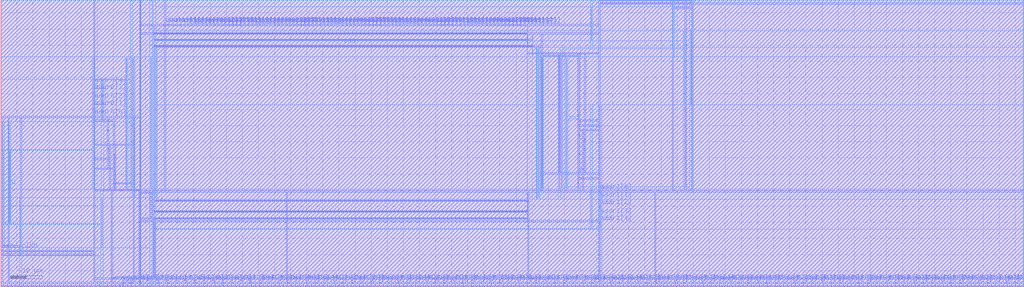
<source format=lef>
VERSION 5.4 ;
NAMESCASESENSITIVE ON ;
BUSBITCHARS "[]" ;
DIVIDERCHAR "/" ;
UNITS
  DATABASE MICRONS 2000 ;
END UNITS
MACRO freepdk45_sram_1w1r_27x96_32
   CLASS BLOCK ;
   SIZE 317.615 BY 89.11 ;
   SYMMETRY X Y R90 ;
   PIN din0[0]
      DIRECTION INPUT ;
      PORT
         LAYER metal3 ;
         RECT  43.27 1.105 43.405 1.24 ;
      END
   END din0[0]
   PIN din0[1]
      DIRECTION INPUT ;
      PORT
         LAYER metal3 ;
         RECT  46.13 1.105 46.265 1.24 ;
      END
   END din0[1]
   PIN din0[2]
      DIRECTION INPUT ;
      PORT
         LAYER metal3 ;
         RECT  48.99 1.105 49.125 1.24 ;
      END
   END din0[2]
   PIN din0[3]
      DIRECTION INPUT ;
      PORT
         LAYER metal3 ;
         RECT  51.85 1.105 51.985 1.24 ;
      END
   END din0[3]
   PIN din0[4]
      DIRECTION INPUT ;
      PORT
         LAYER metal3 ;
         RECT  54.71 1.105 54.845 1.24 ;
      END
   END din0[4]
   PIN din0[5]
      DIRECTION INPUT ;
      PORT
         LAYER metal3 ;
         RECT  57.57 1.105 57.705 1.24 ;
      END
   END din0[5]
   PIN din0[6]
      DIRECTION INPUT ;
      PORT
         LAYER metal3 ;
         RECT  60.43 1.105 60.565 1.24 ;
      END
   END din0[6]
   PIN din0[7]
      DIRECTION INPUT ;
      PORT
         LAYER metal3 ;
         RECT  63.29 1.105 63.425 1.24 ;
      END
   END din0[7]
   PIN din0[8]
      DIRECTION INPUT ;
      PORT
         LAYER metal3 ;
         RECT  66.15 1.105 66.285 1.24 ;
      END
   END din0[8]
   PIN din0[9]
      DIRECTION INPUT ;
      PORT
         LAYER metal3 ;
         RECT  69.01 1.105 69.145 1.24 ;
      END
   END din0[9]
   PIN din0[10]
      DIRECTION INPUT ;
      PORT
         LAYER metal3 ;
         RECT  71.87 1.105 72.005 1.24 ;
      END
   END din0[10]
   PIN din0[11]
      DIRECTION INPUT ;
      PORT
         LAYER metal3 ;
         RECT  74.73 1.105 74.865 1.24 ;
      END
   END din0[11]
   PIN din0[12]
      DIRECTION INPUT ;
      PORT
         LAYER metal3 ;
         RECT  77.59 1.105 77.725 1.24 ;
      END
   END din0[12]
   PIN din0[13]
      DIRECTION INPUT ;
      PORT
         LAYER metal3 ;
         RECT  80.45 1.105 80.585 1.24 ;
      END
   END din0[13]
   PIN din0[14]
      DIRECTION INPUT ;
      PORT
         LAYER metal3 ;
         RECT  83.31 1.105 83.445 1.24 ;
      END
   END din0[14]
   PIN din0[15]
      DIRECTION INPUT ;
      PORT
         LAYER metal3 ;
         RECT  86.17 1.105 86.305 1.24 ;
      END
   END din0[15]
   PIN din0[16]
      DIRECTION INPUT ;
      PORT
         LAYER metal3 ;
         RECT  89.03 1.105 89.165 1.24 ;
      END
   END din0[16]
   PIN din0[17]
      DIRECTION INPUT ;
      PORT
         LAYER metal3 ;
         RECT  91.89 1.105 92.025 1.24 ;
      END
   END din0[17]
   PIN din0[18]
      DIRECTION INPUT ;
      PORT
         LAYER metal3 ;
         RECT  94.75 1.105 94.885 1.24 ;
      END
   END din0[18]
   PIN din0[19]
      DIRECTION INPUT ;
      PORT
         LAYER metal3 ;
         RECT  97.61 1.105 97.745 1.24 ;
      END
   END din0[19]
   PIN din0[20]
      DIRECTION INPUT ;
      PORT
         LAYER metal3 ;
         RECT  100.47 1.105 100.605 1.24 ;
      END
   END din0[20]
   PIN din0[21]
      DIRECTION INPUT ;
      PORT
         LAYER metal3 ;
         RECT  103.33 1.105 103.465 1.24 ;
      END
   END din0[21]
   PIN din0[22]
      DIRECTION INPUT ;
      PORT
         LAYER metal3 ;
         RECT  106.19 1.105 106.325 1.24 ;
      END
   END din0[22]
   PIN din0[23]
      DIRECTION INPUT ;
      PORT
         LAYER metal3 ;
         RECT  109.05 1.105 109.185 1.24 ;
      END
   END din0[23]
   PIN din0[24]
      DIRECTION INPUT ;
      PORT
         LAYER metal3 ;
         RECT  111.91 1.105 112.045 1.24 ;
      END
   END din0[24]
   PIN din0[25]
      DIRECTION INPUT ;
      PORT
         LAYER metal3 ;
         RECT  114.77 1.105 114.905 1.24 ;
      END
   END din0[25]
   PIN din0[26]
      DIRECTION INPUT ;
      PORT
         LAYER metal3 ;
         RECT  117.63 1.105 117.765 1.24 ;
      END
   END din0[26]
   PIN din0[27]
      DIRECTION INPUT ;
      PORT
         LAYER metal3 ;
         RECT  120.49 1.105 120.625 1.24 ;
      END
   END din0[27]
   PIN din0[28]
      DIRECTION INPUT ;
      PORT
         LAYER metal3 ;
         RECT  123.35 1.105 123.485 1.24 ;
      END
   END din0[28]
   PIN din0[29]
      DIRECTION INPUT ;
      PORT
         LAYER metal3 ;
         RECT  126.21 1.105 126.345 1.24 ;
      END
   END din0[29]
   PIN din0[30]
      DIRECTION INPUT ;
      PORT
         LAYER metal3 ;
         RECT  129.07 1.105 129.205 1.24 ;
      END
   END din0[30]
   PIN din0[31]
      DIRECTION INPUT ;
      PORT
         LAYER metal3 ;
         RECT  131.93 1.105 132.065 1.24 ;
      END
   END din0[31]
   PIN din0[32]
      DIRECTION INPUT ;
      PORT
         LAYER metal3 ;
         RECT  134.79 1.105 134.925 1.24 ;
      END
   END din0[32]
   PIN din0[33]
      DIRECTION INPUT ;
      PORT
         LAYER metal3 ;
         RECT  137.65 1.105 137.785 1.24 ;
      END
   END din0[33]
   PIN din0[34]
      DIRECTION INPUT ;
      PORT
         LAYER metal3 ;
         RECT  140.51 1.105 140.645 1.24 ;
      END
   END din0[34]
   PIN din0[35]
      DIRECTION INPUT ;
      PORT
         LAYER metal3 ;
         RECT  143.37 1.105 143.505 1.24 ;
      END
   END din0[35]
   PIN din0[36]
      DIRECTION INPUT ;
      PORT
         LAYER metal3 ;
         RECT  146.23 1.105 146.365 1.24 ;
      END
   END din0[36]
   PIN din0[37]
      DIRECTION INPUT ;
      PORT
         LAYER metal3 ;
         RECT  149.09 1.105 149.225 1.24 ;
      END
   END din0[37]
   PIN din0[38]
      DIRECTION INPUT ;
      PORT
         LAYER metal3 ;
         RECT  151.95 1.105 152.085 1.24 ;
      END
   END din0[38]
   PIN din0[39]
      DIRECTION INPUT ;
      PORT
         LAYER metal3 ;
         RECT  154.81 1.105 154.945 1.24 ;
      END
   END din0[39]
   PIN din0[40]
      DIRECTION INPUT ;
      PORT
         LAYER metal3 ;
         RECT  157.67 1.105 157.805 1.24 ;
      END
   END din0[40]
   PIN din0[41]
      DIRECTION INPUT ;
      PORT
         LAYER metal3 ;
         RECT  160.53 1.105 160.665 1.24 ;
      END
   END din0[41]
   PIN din0[42]
      DIRECTION INPUT ;
      PORT
         LAYER metal3 ;
         RECT  163.39 1.105 163.525 1.24 ;
      END
   END din0[42]
   PIN din0[43]
      DIRECTION INPUT ;
      PORT
         LAYER metal3 ;
         RECT  166.25 1.105 166.385 1.24 ;
      END
   END din0[43]
   PIN din0[44]
      DIRECTION INPUT ;
      PORT
         LAYER metal3 ;
         RECT  169.11 1.105 169.245 1.24 ;
      END
   END din0[44]
   PIN din0[45]
      DIRECTION INPUT ;
      PORT
         LAYER metal3 ;
         RECT  171.97 1.105 172.105 1.24 ;
      END
   END din0[45]
   PIN din0[46]
      DIRECTION INPUT ;
      PORT
         LAYER metal3 ;
         RECT  174.83 1.105 174.965 1.24 ;
      END
   END din0[46]
   PIN din0[47]
      DIRECTION INPUT ;
      PORT
         LAYER metal3 ;
         RECT  177.69 1.105 177.825 1.24 ;
      END
   END din0[47]
   PIN din0[48]
      DIRECTION INPUT ;
      PORT
         LAYER metal3 ;
         RECT  180.55 1.105 180.685 1.24 ;
      END
   END din0[48]
   PIN din0[49]
      DIRECTION INPUT ;
      PORT
         LAYER metal3 ;
         RECT  183.41 1.105 183.545 1.24 ;
      END
   END din0[49]
   PIN din0[50]
      DIRECTION INPUT ;
      PORT
         LAYER metal3 ;
         RECT  186.27 1.105 186.405 1.24 ;
      END
   END din0[50]
   PIN din0[51]
      DIRECTION INPUT ;
      PORT
         LAYER metal3 ;
         RECT  189.13 1.105 189.265 1.24 ;
      END
   END din0[51]
   PIN din0[52]
      DIRECTION INPUT ;
      PORT
         LAYER metal3 ;
         RECT  191.99 1.105 192.125 1.24 ;
      END
   END din0[52]
   PIN din0[53]
      DIRECTION INPUT ;
      PORT
         LAYER metal3 ;
         RECT  194.85 1.105 194.985 1.24 ;
      END
   END din0[53]
   PIN din0[54]
      DIRECTION INPUT ;
      PORT
         LAYER metal3 ;
         RECT  197.71 1.105 197.845 1.24 ;
      END
   END din0[54]
   PIN din0[55]
      DIRECTION INPUT ;
      PORT
         LAYER metal3 ;
         RECT  200.57 1.105 200.705 1.24 ;
      END
   END din0[55]
   PIN din0[56]
      DIRECTION INPUT ;
      PORT
         LAYER metal3 ;
         RECT  203.43 1.105 203.565 1.24 ;
      END
   END din0[56]
   PIN din0[57]
      DIRECTION INPUT ;
      PORT
         LAYER metal3 ;
         RECT  206.29 1.105 206.425 1.24 ;
      END
   END din0[57]
   PIN din0[58]
      DIRECTION INPUT ;
      PORT
         LAYER metal3 ;
         RECT  209.15 1.105 209.285 1.24 ;
      END
   END din0[58]
   PIN din0[59]
      DIRECTION INPUT ;
      PORT
         LAYER metal3 ;
         RECT  212.01 1.105 212.145 1.24 ;
      END
   END din0[59]
   PIN din0[60]
      DIRECTION INPUT ;
      PORT
         LAYER metal3 ;
         RECT  214.87 1.105 215.005 1.24 ;
      END
   END din0[60]
   PIN din0[61]
      DIRECTION INPUT ;
      PORT
         LAYER metal3 ;
         RECT  217.73 1.105 217.865 1.24 ;
      END
   END din0[61]
   PIN din0[62]
      DIRECTION INPUT ;
      PORT
         LAYER metal3 ;
         RECT  220.59 1.105 220.725 1.24 ;
      END
   END din0[62]
   PIN din0[63]
      DIRECTION INPUT ;
      PORT
         LAYER metal3 ;
         RECT  223.45 1.105 223.585 1.24 ;
      END
   END din0[63]
   PIN din0[64]
      DIRECTION INPUT ;
      PORT
         LAYER metal3 ;
         RECT  226.31 1.105 226.445 1.24 ;
      END
   END din0[64]
   PIN din0[65]
      DIRECTION INPUT ;
      PORT
         LAYER metal3 ;
         RECT  229.17 1.105 229.305 1.24 ;
      END
   END din0[65]
   PIN din0[66]
      DIRECTION INPUT ;
      PORT
         LAYER metal3 ;
         RECT  232.03 1.105 232.165 1.24 ;
      END
   END din0[66]
   PIN din0[67]
      DIRECTION INPUT ;
      PORT
         LAYER metal3 ;
         RECT  234.89 1.105 235.025 1.24 ;
      END
   END din0[67]
   PIN din0[68]
      DIRECTION INPUT ;
      PORT
         LAYER metal3 ;
         RECT  237.75 1.105 237.885 1.24 ;
      END
   END din0[68]
   PIN din0[69]
      DIRECTION INPUT ;
      PORT
         LAYER metal3 ;
         RECT  240.61 1.105 240.745 1.24 ;
      END
   END din0[69]
   PIN din0[70]
      DIRECTION INPUT ;
      PORT
         LAYER metal3 ;
         RECT  243.47 1.105 243.605 1.24 ;
      END
   END din0[70]
   PIN din0[71]
      DIRECTION INPUT ;
      PORT
         LAYER metal3 ;
         RECT  246.33 1.105 246.465 1.24 ;
      END
   END din0[71]
   PIN din0[72]
      DIRECTION INPUT ;
      PORT
         LAYER metal3 ;
         RECT  249.19 1.105 249.325 1.24 ;
      END
   END din0[72]
   PIN din0[73]
      DIRECTION INPUT ;
      PORT
         LAYER metal3 ;
         RECT  252.05 1.105 252.185 1.24 ;
      END
   END din0[73]
   PIN din0[74]
      DIRECTION INPUT ;
      PORT
         LAYER metal3 ;
         RECT  254.91 1.105 255.045 1.24 ;
      END
   END din0[74]
   PIN din0[75]
      DIRECTION INPUT ;
      PORT
         LAYER metal3 ;
         RECT  257.77 1.105 257.905 1.24 ;
      END
   END din0[75]
   PIN din0[76]
      DIRECTION INPUT ;
      PORT
         LAYER metal3 ;
         RECT  260.63 1.105 260.765 1.24 ;
      END
   END din0[76]
   PIN din0[77]
      DIRECTION INPUT ;
      PORT
         LAYER metal3 ;
         RECT  263.49 1.105 263.625 1.24 ;
      END
   END din0[77]
   PIN din0[78]
      DIRECTION INPUT ;
      PORT
         LAYER metal3 ;
         RECT  266.35 1.105 266.485 1.24 ;
      END
   END din0[78]
   PIN din0[79]
      DIRECTION INPUT ;
      PORT
         LAYER metal3 ;
         RECT  269.21 1.105 269.345 1.24 ;
      END
   END din0[79]
   PIN din0[80]
      DIRECTION INPUT ;
      PORT
         LAYER metal3 ;
         RECT  272.07 1.105 272.205 1.24 ;
      END
   END din0[80]
   PIN din0[81]
      DIRECTION INPUT ;
      PORT
         LAYER metal3 ;
         RECT  274.93 1.105 275.065 1.24 ;
      END
   END din0[81]
   PIN din0[82]
      DIRECTION INPUT ;
      PORT
         LAYER metal3 ;
         RECT  277.79 1.105 277.925 1.24 ;
      END
   END din0[82]
   PIN din0[83]
      DIRECTION INPUT ;
      PORT
         LAYER metal3 ;
         RECT  280.65 1.105 280.785 1.24 ;
      END
   END din0[83]
   PIN din0[84]
      DIRECTION INPUT ;
      PORT
         LAYER metal3 ;
         RECT  283.51 1.105 283.645 1.24 ;
      END
   END din0[84]
   PIN din0[85]
      DIRECTION INPUT ;
      PORT
         LAYER metal3 ;
         RECT  286.37 1.105 286.505 1.24 ;
      END
   END din0[85]
   PIN din0[86]
      DIRECTION INPUT ;
      PORT
         LAYER metal3 ;
         RECT  289.23 1.105 289.365 1.24 ;
      END
   END din0[86]
   PIN din0[87]
      DIRECTION INPUT ;
      PORT
         LAYER metal3 ;
         RECT  292.09 1.105 292.225 1.24 ;
      END
   END din0[87]
   PIN din0[88]
      DIRECTION INPUT ;
      PORT
         LAYER metal3 ;
         RECT  294.95 1.105 295.085 1.24 ;
      END
   END din0[88]
   PIN din0[89]
      DIRECTION INPUT ;
      PORT
         LAYER metal3 ;
         RECT  297.81 1.105 297.945 1.24 ;
      END
   END din0[89]
   PIN din0[90]
      DIRECTION INPUT ;
      PORT
         LAYER metal3 ;
         RECT  300.67 1.105 300.805 1.24 ;
      END
   END din0[90]
   PIN din0[91]
      DIRECTION INPUT ;
      PORT
         LAYER metal3 ;
         RECT  303.53 1.105 303.665 1.24 ;
      END
   END din0[91]
   PIN din0[92]
      DIRECTION INPUT ;
      PORT
         LAYER metal3 ;
         RECT  306.39 1.105 306.525 1.24 ;
      END
   END din0[92]
   PIN din0[93]
      DIRECTION INPUT ;
      PORT
         LAYER metal3 ;
         RECT  309.25 1.105 309.385 1.24 ;
      END
   END din0[93]
   PIN din0[94]
      DIRECTION INPUT ;
      PORT
         LAYER metal3 ;
         RECT  312.11 1.105 312.245 1.24 ;
      END
   END din0[94]
   PIN din0[95]
      DIRECTION INPUT ;
      PORT
         LAYER metal3 ;
         RECT  314.97 1.105 315.105 1.24 ;
      END
   END din0[95]
   PIN addr0[0]
      DIRECTION INPUT ;
      PORT
         LAYER metal3 ;
         RECT  28.97 52.6225 29.105 52.7575 ;
      END
   END addr0[0]
   PIN addr0[1]
      DIRECTION INPUT ;
      PORT
         LAYER metal3 ;
         RECT  28.97 55.3525 29.105 55.4875 ;
      END
   END addr0[1]
   PIN addr0[2]
      DIRECTION INPUT ;
      PORT
         LAYER metal3 ;
         RECT  28.97 57.5625 29.105 57.6975 ;
      END
   END addr0[2]
   PIN addr0[3]
      DIRECTION INPUT ;
      PORT
         LAYER metal3 ;
         RECT  28.97 60.2925 29.105 60.4275 ;
      END
   END addr0[3]
   PIN addr0[4]
      DIRECTION INPUT ;
      PORT
         LAYER metal3 ;
         RECT  28.97 62.5025 29.105 62.6375 ;
      END
   END addr0[4]
   PIN addr1[0]
      DIRECTION INPUT ;
      PORT
         LAYER metal3 ;
         RECT  185.86 29.4825 185.995 29.6175 ;
      END
   END addr1[0]
   PIN addr1[1]
      DIRECTION INPUT ;
      PORT
         LAYER metal3 ;
         RECT  185.86 26.7525 185.995 26.8875 ;
      END
   END addr1[1]
   PIN addr1[2]
      DIRECTION INPUT ;
      PORT
         LAYER metal3 ;
         RECT  185.86 24.5425 185.995 24.6775 ;
      END
   END addr1[2]
   PIN addr1[3]
      DIRECTION INPUT ;
      PORT
         LAYER metal3 ;
         RECT  185.86 21.8125 185.995 21.9475 ;
      END
   END addr1[3]
   PIN addr1[4]
      DIRECTION INPUT ;
      PORT
         LAYER metal3 ;
         RECT  185.86 19.6025 185.995 19.7375 ;
      END
   END addr1[4]
   PIN csb0
      DIRECTION INPUT ;
      PORT
         LAYER metal3 ;
         RECT  0.285 11.0225 0.42 11.1575 ;
      END
   END csb0
   PIN csb1
      DIRECTION INPUT ;
      PORT
         LAYER metal3 ;
         RECT  214.685 87.8675 214.82 88.0025 ;
      END
   END csb1
   PIN clk0
      DIRECTION INPUT ;
      PORT
         LAYER metal3 ;
         RECT  6.2475 11.1075 6.3825 11.2425 ;
      END
   END clk0
   PIN clk1
      DIRECTION INPUT ;
      PORT
         LAYER metal3 ;
         RECT  208.5825 87.7825 208.7175 87.9175 ;
      END
   END clk1
   PIN wmask0[0]
      DIRECTION INPUT ;
      PORT
         LAYER metal3 ;
         RECT  34.69 1.105 34.825 1.24 ;
      END
   END wmask0[0]
   PIN wmask0[1]
      DIRECTION INPUT ;
      PORT
         LAYER metal3 ;
         RECT  37.55 1.105 37.685 1.24 ;
      END
   END wmask0[1]
   PIN wmask0[2]
      DIRECTION INPUT ;
      PORT
         LAYER metal3 ;
         RECT  40.41 1.105 40.545 1.24 ;
      END
   END wmask0[2]
   PIN dout1[0]
      DIRECTION OUTPUT ;
      PORT
         LAYER metal3 ;
         RECT  50.9525 81.1575 51.0875 81.2925 ;
      END
   END dout1[0]
   PIN dout1[1]
      DIRECTION OUTPUT ;
      PORT
         LAYER metal3 ;
         RECT  52.1275 81.1575 52.2625 81.2925 ;
      END
   END dout1[1]
   PIN dout1[2]
      DIRECTION OUTPUT ;
      PORT
         LAYER metal3 ;
         RECT  53.3025 81.1575 53.4375 81.2925 ;
      END
   END dout1[2]
   PIN dout1[3]
      DIRECTION OUTPUT ;
      PORT
         LAYER metal3 ;
         RECT  54.4775 81.1575 54.6125 81.2925 ;
      END
   END dout1[3]
   PIN dout1[4]
      DIRECTION OUTPUT ;
      PORT
         LAYER metal3 ;
         RECT  55.6525 81.1575 55.7875 81.2925 ;
      END
   END dout1[4]
   PIN dout1[5]
      DIRECTION OUTPUT ;
      PORT
         LAYER metal3 ;
         RECT  56.8275 81.1575 56.9625 81.2925 ;
      END
   END dout1[5]
   PIN dout1[6]
      DIRECTION OUTPUT ;
      PORT
         LAYER metal3 ;
         RECT  58.0025 81.1575 58.1375 81.2925 ;
      END
   END dout1[6]
   PIN dout1[7]
      DIRECTION OUTPUT ;
      PORT
         LAYER metal3 ;
         RECT  59.1775 81.1575 59.3125 81.2925 ;
      END
   END dout1[7]
   PIN dout1[8]
      DIRECTION OUTPUT ;
      PORT
         LAYER metal3 ;
         RECT  60.3525 81.1575 60.4875 81.2925 ;
      END
   END dout1[8]
   PIN dout1[9]
      DIRECTION OUTPUT ;
      PORT
         LAYER metal3 ;
         RECT  61.5275 81.1575 61.6625 81.2925 ;
      END
   END dout1[9]
   PIN dout1[10]
      DIRECTION OUTPUT ;
      PORT
         LAYER metal3 ;
         RECT  62.7025 81.1575 62.8375 81.2925 ;
      END
   END dout1[10]
   PIN dout1[11]
      DIRECTION OUTPUT ;
      PORT
         LAYER metal3 ;
         RECT  63.8775 81.1575 64.0125 81.2925 ;
      END
   END dout1[11]
   PIN dout1[12]
      DIRECTION OUTPUT ;
      PORT
         LAYER metal3 ;
         RECT  65.0525 81.1575 65.1875 81.2925 ;
      END
   END dout1[12]
   PIN dout1[13]
      DIRECTION OUTPUT ;
      PORT
         LAYER metal3 ;
         RECT  66.2275 81.1575 66.3625 81.2925 ;
      END
   END dout1[13]
   PIN dout1[14]
      DIRECTION OUTPUT ;
      PORT
         LAYER metal3 ;
         RECT  67.4025 81.1575 67.5375 81.2925 ;
      END
   END dout1[14]
   PIN dout1[15]
      DIRECTION OUTPUT ;
      PORT
         LAYER metal3 ;
         RECT  68.5775 81.1575 68.7125 81.2925 ;
      END
   END dout1[15]
   PIN dout1[16]
      DIRECTION OUTPUT ;
      PORT
         LAYER metal3 ;
         RECT  69.7525 81.1575 69.8875 81.2925 ;
      END
   END dout1[16]
   PIN dout1[17]
      DIRECTION OUTPUT ;
      PORT
         LAYER metal3 ;
         RECT  70.9275 81.1575 71.0625 81.2925 ;
      END
   END dout1[17]
   PIN dout1[18]
      DIRECTION OUTPUT ;
      PORT
         LAYER metal3 ;
         RECT  72.1025 81.1575 72.2375 81.2925 ;
      END
   END dout1[18]
   PIN dout1[19]
      DIRECTION OUTPUT ;
      PORT
         LAYER metal3 ;
         RECT  73.2775 81.1575 73.4125 81.2925 ;
      END
   END dout1[19]
   PIN dout1[20]
      DIRECTION OUTPUT ;
      PORT
         LAYER metal3 ;
         RECT  74.4525 81.1575 74.5875 81.2925 ;
      END
   END dout1[20]
   PIN dout1[21]
      DIRECTION OUTPUT ;
      PORT
         LAYER metal3 ;
         RECT  75.6275 81.1575 75.7625 81.2925 ;
      END
   END dout1[21]
   PIN dout1[22]
      DIRECTION OUTPUT ;
      PORT
         LAYER metal3 ;
         RECT  76.8025 81.1575 76.9375 81.2925 ;
      END
   END dout1[22]
   PIN dout1[23]
      DIRECTION OUTPUT ;
      PORT
         LAYER metal3 ;
         RECT  77.9775 81.1575 78.1125 81.2925 ;
      END
   END dout1[23]
   PIN dout1[24]
      DIRECTION OUTPUT ;
      PORT
         LAYER metal3 ;
         RECT  79.1525 81.1575 79.2875 81.2925 ;
      END
   END dout1[24]
   PIN dout1[25]
      DIRECTION OUTPUT ;
      PORT
         LAYER metal3 ;
         RECT  80.3275 81.1575 80.4625 81.2925 ;
      END
   END dout1[25]
   PIN dout1[26]
      DIRECTION OUTPUT ;
      PORT
         LAYER metal3 ;
         RECT  81.5025 81.1575 81.6375 81.2925 ;
      END
   END dout1[26]
   PIN dout1[27]
      DIRECTION OUTPUT ;
      PORT
         LAYER metal3 ;
         RECT  82.6775 81.1575 82.8125 81.2925 ;
      END
   END dout1[27]
   PIN dout1[28]
      DIRECTION OUTPUT ;
      PORT
         LAYER metal3 ;
         RECT  83.8525 81.1575 83.9875 81.2925 ;
      END
   END dout1[28]
   PIN dout1[29]
      DIRECTION OUTPUT ;
      PORT
         LAYER metal3 ;
         RECT  85.0275 81.1575 85.1625 81.2925 ;
      END
   END dout1[29]
   PIN dout1[30]
      DIRECTION OUTPUT ;
      PORT
         LAYER metal3 ;
         RECT  86.2025 81.1575 86.3375 81.2925 ;
      END
   END dout1[30]
   PIN dout1[31]
      DIRECTION OUTPUT ;
      PORT
         LAYER metal3 ;
         RECT  87.3775 81.1575 87.5125 81.2925 ;
      END
   END dout1[31]
   PIN dout1[32]
      DIRECTION OUTPUT ;
      PORT
         LAYER metal3 ;
         RECT  88.5525 81.1575 88.6875 81.2925 ;
      END
   END dout1[32]
   PIN dout1[33]
      DIRECTION OUTPUT ;
      PORT
         LAYER metal3 ;
         RECT  89.7275 81.1575 89.8625 81.2925 ;
      END
   END dout1[33]
   PIN dout1[34]
      DIRECTION OUTPUT ;
      PORT
         LAYER metal3 ;
         RECT  90.9025 81.1575 91.0375 81.2925 ;
      END
   END dout1[34]
   PIN dout1[35]
      DIRECTION OUTPUT ;
      PORT
         LAYER metal3 ;
         RECT  92.0775 81.1575 92.2125 81.2925 ;
      END
   END dout1[35]
   PIN dout1[36]
      DIRECTION OUTPUT ;
      PORT
         LAYER metal3 ;
         RECT  93.2525 81.1575 93.3875 81.2925 ;
      END
   END dout1[36]
   PIN dout1[37]
      DIRECTION OUTPUT ;
      PORT
         LAYER metal3 ;
         RECT  94.4275 81.1575 94.5625 81.2925 ;
      END
   END dout1[37]
   PIN dout1[38]
      DIRECTION OUTPUT ;
      PORT
         LAYER metal3 ;
         RECT  95.6025 81.1575 95.7375 81.2925 ;
      END
   END dout1[38]
   PIN dout1[39]
      DIRECTION OUTPUT ;
      PORT
         LAYER metal3 ;
         RECT  96.7775 81.1575 96.9125 81.2925 ;
      END
   END dout1[39]
   PIN dout1[40]
      DIRECTION OUTPUT ;
      PORT
         LAYER metal3 ;
         RECT  97.9525 81.1575 98.0875 81.2925 ;
      END
   END dout1[40]
   PIN dout1[41]
      DIRECTION OUTPUT ;
      PORT
         LAYER metal3 ;
         RECT  99.1275 81.1575 99.2625 81.2925 ;
      END
   END dout1[41]
   PIN dout1[42]
      DIRECTION OUTPUT ;
      PORT
         LAYER metal3 ;
         RECT  100.3025 81.1575 100.4375 81.2925 ;
      END
   END dout1[42]
   PIN dout1[43]
      DIRECTION OUTPUT ;
      PORT
         LAYER metal3 ;
         RECT  101.4775 81.1575 101.6125 81.2925 ;
      END
   END dout1[43]
   PIN dout1[44]
      DIRECTION OUTPUT ;
      PORT
         LAYER metal3 ;
         RECT  102.6525 81.1575 102.7875 81.2925 ;
      END
   END dout1[44]
   PIN dout1[45]
      DIRECTION OUTPUT ;
      PORT
         LAYER metal3 ;
         RECT  103.8275 81.1575 103.9625 81.2925 ;
      END
   END dout1[45]
   PIN dout1[46]
      DIRECTION OUTPUT ;
      PORT
         LAYER metal3 ;
         RECT  105.0025 81.1575 105.1375 81.2925 ;
      END
   END dout1[46]
   PIN dout1[47]
      DIRECTION OUTPUT ;
      PORT
         LAYER metal3 ;
         RECT  106.1775 81.1575 106.3125 81.2925 ;
      END
   END dout1[47]
   PIN dout1[48]
      DIRECTION OUTPUT ;
      PORT
         LAYER metal3 ;
         RECT  107.3525 81.1575 107.4875 81.2925 ;
      END
   END dout1[48]
   PIN dout1[49]
      DIRECTION OUTPUT ;
      PORT
         LAYER metal3 ;
         RECT  108.5275 81.1575 108.6625 81.2925 ;
      END
   END dout1[49]
   PIN dout1[50]
      DIRECTION OUTPUT ;
      PORT
         LAYER metal3 ;
         RECT  109.7025 81.1575 109.8375 81.2925 ;
      END
   END dout1[50]
   PIN dout1[51]
      DIRECTION OUTPUT ;
      PORT
         LAYER metal3 ;
         RECT  110.8775 81.1575 111.0125 81.2925 ;
      END
   END dout1[51]
   PIN dout1[52]
      DIRECTION OUTPUT ;
      PORT
         LAYER metal3 ;
         RECT  112.0525 81.1575 112.1875 81.2925 ;
      END
   END dout1[52]
   PIN dout1[53]
      DIRECTION OUTPUT ;
      PORT
         LAYER metal3 ;
         RECT  113.2275 81.1575 113.3625 81.2925 ;
      END
   END dout1[53]
   PIN dout1[54]
      DIRECTION OUTPUT ;
      PORT
         LAYER metal3 ;
         RECT  114.4025 81.1575 114.5375 81.2925 ;
      END
   END dout1[54]
   PIN dout1[55]
      DIRECTION OUTPUT ;
      PORT
         LAYER metal3 ;
         RECT  115.5775 81.1575 115.7125 81.2925 ;
      END
   END dout1[55]
   PIN dout1[56]
      DIRECTION OUTPUT ;
      PORT
         LAYER metal3 ;
         RECT  116.7525 81.1575 116.8875 81.2925 ;
      END
   END dout1[56]
   PIN dout1[57]
      DIRECTION OUTPUT ;
      PORT
         LAYER metal3 ;
         RECT  117.9275 81.1575 118.0625 81.2925 ;
      END
   END dout1[57]
   PIN dout1[58]
      DIRECTION OUTPUT ;
      PORT
         LAYER metal3 ;
         RECT  119.1025 81.1575 119.2375 81.2925 ;
      END
   END dout1[58]
   PIN dout1[59]
      DIRECTION OUTPUT ;
      PORT
         LAYER metal3 ;
         RECT  120.2775 81.1575 120.4125 81.2925 ;
      END
   END dout1[59]
   PIN dout1[60]
      DIRECTION OUTPUT ;
      PORT
         LAYER metal3 ;
         RECT  121.4525 81.1575 121.5875 81.2925 ;
      END
   END dout1[60]
   PIN dout1[61]
      DIRECTION OUTPUT ;
      PORT
         LAYER metal3 ;
         RECT  122.6275 81.1575 122.7625 81.2925 ;
      END
   END dout1[61]
   PIN dout1[62]
      DIRECTION OUTPUT ;
      PORT
         LAYER metal3 ;
         RECT  123.8025 81.1575 123.9375 81.2925 ;
      END
   END dout1[62]
   PIN dout1[63]
      DIRECTION OUTPUT ;
      PORT
         LAYER metal3 ;
         RECT  124.9775 81.1575 125.1125 81.2925 ;
      END
   END dout1[63]
   PIN dout1[64]
      DIRECTION OUTPUT ;
      PORT
         LAYER metal3 ;
         RECT  126.1525 81.1575 126.2875 81.2925 ;
      END
   END dout1[64]
   PIN dout1[65]
      DIRECTION OUTPUT ;
      PORT
         LAYER metal3 ;
         RECT  127.3275 81.1575 127.4625 81.2925 ;
      END
   END dout1[65]
   PIN dout1[66]
      DIRECTION OUTPUT ;
      PORT
         LAYER metal3 ;
         RECT  128.5025 81.1575 128.6375 81.2925 ;
      END
   END dout1[66]
   PIN dout1[67]
      DIRECTION OUTPUT ;
      PORT
         LAYER metal3 ;
         RECT  129.6775 81.1575 129.8125 81.2925 ;
      END
   END dout1[67]
   PIN dout1[68]
      DIRECTION OUTPUT ;
      PORT
         LAYER metal3 ;
         RECT  130.8525 81.1575 130.9875 81.2925 ;
      END
   END dout1[68]
   PIN dout1[69]
      DIRECTION OUTPUT ;
      PORT
         LAYER metal3 ;
         RECT  132.0275 81.1575 132.1625 81.2925 ;
      END
   END dout1[69]
   PIN dout1[70]
      DIRECTION OUTPUT ;
      PORT
         LAYER metal3 ;
         RECT  133.2025 81.1575 133.3375 81.2925 ;
      END
   END dout1[70]
   PIN dout1[71]
      DIRECTION OUTPUT ;
      PORT
         LAYER metal3 ;
         RECT  134.3775 81.1575 134.5125 81.2925 ;
      END
   END dout1[71]
   PIN dout1[72]
      DIRECTION OUTPUT ;
      PORT
         LAYER metal3 ;
         RECT  135.5525 81.1575 135.6875 81.2925 ;
      END
   END dout1[72]
   PIN dout1[73]
      DIRECTION OUTPUT ;
      PORT
         LAYER metal3 ;
         RECT  136.7275 81.1575 136.8625 81.2925 ;
      END
   END dout1[73]
   PIN dout1[74]
      DIRECTION OUTPUT ;
      PORT
         LAYER metal3 ;
         RECT  137.9025 81.1575 138.0375 81.2925 ;
      END
   END dout1[74]
   PIN dout1[75]
      DIRECTION OUTPUT ;
      PORT
         LAYER metal3 ;
         RECT  139.0775 81.1575 139.2125 81.2925 ;
      END
   END dout1[75]
   PIN dout1[76]
      DIRECTION OUTPUT ;
      PORT
         LAYER metal3 ;
         RECT  140.2525 81.1575 140.3875 81.2925 ;
      END
   END dout1[76]
   PIN dout1[77]
      DIRECTION OUTPUT ;
      PORT
         LAYER metal3 ;
         RECT  141.4275 81.1575 141.5625 81.2925 ;
      END
   END dout1[77]
   PIN dout1[78]
      DIRECTION OUTPUT ;
      PORT
         LAYER metal3 ;
         RECT  142.6025 81.1575 142.7375 81.2925 ;
      END
   END dout1[78]
   PIN dout1[79]
      DIRECTION OUTPUT ;
      PORT
         LAYER metal3 ;
         RECT  143.7775 81.1575 143.9125 81.2925 ;
      END
   END dout1[79]
   PIN dout1[80]
      DIRECTION OUTPUT ;
      PORT
         LAYER metal3 ;
         RECT  144.9525 81.1575 145.0875 81.2925 ;
      END
   END dout1[80]
   PIN dout1[81]
      DIRECTION OUTPUT ;
      PORT
         LAYER metal3 ;
         RECT  146.1275 81.1575 146.2625 81.2925 ;
      END
   END dout1[81]
   PIN dout1[82]
      DIRECTION OUTPUT ;
      PORT
         LAYER metal3 ;
         RECT  147.3025 81.1575 147.4375 81.2925 ;
      END
   END dout1[82]
   PIN dout1[83]
      DIRECTION OUTPUT ;
      PORT
         LAYER metal3 ;
         RECT  148.4775 81.1575 148.6125 81.2925 ;
      END
   END dout1[83]
   PIN dout1[84]
      DIRECTION OUTPUT ;
      PORT
         LAYER metal3 ;
         RECT  149.6525 81.1575 149.7875 81.2925 ;
      END
   END dout1[84]
   PIN dout1[85]
      DIRECTION OUTPUT ;
      PORT
         LAYER metal3 ;
         RECT  150.8275 81.1575 150.9625 81.2925 ;
      END
   END dout1[85]
   PIN dout1[86]
      DIRECTION OUTPUT ;
      PORT
         LAYER metal3 ;
         RECT  152.0025 81.1575 152.1375 81.2925 ;
      END
   END dout1[86]
   PIN dout1[87]
      DIRECTION OUTPUT ;
      PORT
         LAYER metal3 ;
         RECT  153.1775 81.1575 153.3125 81.2925 ;
      END
   END dout1[87]
   PIN dout1[88]
      DIRECTION OUTPUT ;
      PORT
         LAYER metal3 ;
         RECT  154.3525 81.1575 154.4875 81.2925 ;
      END
   END dout1[88]
   PIN dout1[89]
      DIRECTION OUTPUT ;
      PORT
         LAYER metal3 ;
         RECT  155.5275 81.1575 155.6625 81.2925 ;
      END
   END dout1[89]
   PIN dout1[90]
      DIRECTION OUTPUT ;
      PORT
         LAYER metal3 ;
         RECT  156.7025 81.1575 156.8375 81.2925 ;
      END
   END dout1[90]
   PIN dout1[91]
      DIRECTION OUTPUT ;
      PORT
         LAYER metal3 ;
         RECT  157.8775 81.1575 158.0125 81.2925 ;
      END
   END dout1[91]
   PIN dout1[92]
      DIRECTION OUTPUT ;
      PORT
         LAYER metal3 ;
         RECT  159.0525 81.1575 159.1875 81.2925 ;
      END
   END dout1[92]
   PIN dout1[93]
      DIRECTION OUTPUT ;
      PORT
         LAYER metal3 ;
         RECT  160.2275 81.1575 160.3625 81.2925 ;
      END
   END dout1[93]
   PIN dout1[94]
      DIRECTION OUTPUT ;
      PORT
         LAYER metal3 ;
         RECT  161.4025 81.1575 161.5375 81.2925 ;
      END
   END dout1[94]
   PIN dout1[95]
      DIRECTION OUTPUT ;
      PORT
         LAYER metal3 ;
         RECT  162.5775 81.1575 162.7125 81.2925 ;
      END
   END dout1[95]
   PIN vdd
      DIRECTION INOUT ;
      USE POWER ; 
      SHAPE ABUTMENT ; 
      PORT
         LAYER metal4 ;
         RECT  46.62 30.585 46.76 71.1225 ;
         LAYER metal3 ;
         RECT  88.7475 2.47 88.8825 2.605 ;
         LAYER metal3 ;
         RECT  54.4275 2.47 54.5625 2.605 ;
         LAYER metal3 ;
         RECT  163.7175 20.3175 163.8525 20.4525 ;
         LAYER metal4 ;
         RECT  40.62 30.585 40.76 71.16 ;
         LAYER metal3 ;
         RECT  65.8675 2.47 66.0025 2.605 ;
         LAYER metal3 ;
         RECT  47.7675 21.285 163.3825 21.355 ;
         LAYER metal4 ;
         RECT  47.7 27.415 47.84 74.01 ;
         LAYER metal3 ;
         RECT  157.3875 2.47 157.5225 2.605 ;
         LAYER metal4 ;
         RECT  214.2775 56.86 214.4175 79.2625 ;
         LAYER metal3 ;
         RECT  203.1475 2.47 203.2825 2.605 ;
         LAYER metal3 ;
         RECT  260.3475 2.47 260.4825 2.605 ;
         LAYER metal3 ;
         RECT  47.7675 26.72 163.8525 26.79 ;
         LAYER metal3 ;
         RECT  46.6225 29.0925 46.7575 29.2275 ;
         LAYER metal3 ;
         RECT  168.8275 2.47 168.9625 2.605 ;
         LAYER metal3 ;
         RECT  271.7875 2.47 271.9225 2.605 ;
         LAYER metal4 ;
         RECT  183.42 76.62 183.56 86.64 ;
         LAYER metal3 ;
         RECT  41.24 29.88 41.375 30.015 ;
         LAYER metal3 ;
         RECT  47.7675 78.6025 163.3825 78.6725 ;
         LAYER metal3 ;
         RECT  168.0125 72.4475 168.1475 72.5825 ;
         LAYER metal4 ;
         RECT  174.01 30.585 174.15 71.16 ;
         LAYER metal4 ;
         RECT  28.685 51.515 28.825 64.07 ;
         LAYER metal4 ;
         RECT  31.405 12.385 31.545 27.345 ;
         LAYER metal4 ;
         RECT  186.14 18.17 186.28 30.725 ;
         LAYER metal4 ;
         RECT  166.93 27.415 167.07 74.01 ;
         LAYER metal3 ;
         RECT  134.5075 2.47 134.6425 2.605 ;
         LAYER metal3 ;
         RECT  294.6675 2.47 294.8025 2.605 ;
         LAYER metal3 ;
         RECT  100.1875 2.47 100.3225 2.605 ;
         LAYER metal3 ;
         RECT  35.0675 44.0425 35.2025 44.1775 ;
         LAYER metal3 ;
         RECT  111.6275 2.47 111.7625 2.605 ;
         LAYER metal3 ;
         RECT  42.9875 2.47 43.1225 2.605 ;
         LAYER metal4 ;
         RECT  168.01 30.585 168.15 71.1225 ;
         LAYER metal3 ;
         RECT  2.425 12.3875 2.56 12.5225 ;
         LAYER metal4 ;
         RECT  0.6875 19.7625 0.8275 42.165 ;
         LAYER metal3 ;
         RECT  35.0675 41.0525 35.2025 41.1875 ;
         LAYER metal3 ;
         RECT  35.0675 50.0225 35.2025 50.1575 ;
         LAYER metal3 ;
         RECT  191.7075 2.47 191.8425 2.605 ;
         LAYER metal3 ;
         RECT  179.2225 35.0725 179.3575 35.2075 ;
         LAYER metal3 ;
         RECT  283.2275 2.47 283.3625 2.605 ;
         LAYER metal3 ;
         RECT  212.545 86.5025 212.68 86.6375 ;
         LAYER metal3 ;
         RECT  173.395 71.66 173.53 71.795 ;
         LAYER metal3 ;
         RECT  237.4675 2.47 237.6025 2.605 ;
         LAYER metal3 ;
         RECT  226.0275 2.47 226.1625 2.605 ;
         LAYER metal3 ;
         RECT  145.9475 2.47 146.0825 2.605 ;
         LAYER metal3 ;
         RECT  180.2675 2.47 180.4025 2.605 ;
         LAYER metal3 ;
         RECT  35.4125 32.0825 35.5475 32.2175 ;
         LAYER metal3 ;
         RECT  123.0675 2.47 123.2025 2.605 ;
         LAYER metal3 ;
         RECT  47.6325 20.3175 47.7675 20.4525 ;
         LAYER metal3 ;
         RECT  35.4125 35.0725 35.5475 35.2075 ;
         LAYER metal3 ;
         RECT  306.1075 2.47 306.2425 2.605 ;
         LAYER metal3 ;
         RECT  35.0675 47.0325 35.2025 47.1675 ;
         LAYER metal3 ;
         RECT  34.4075 2.47 34.5425 2.605 ;
         LAYER metal3 ;
         RECT  179.2225 32.0825 179.3575 32.2175 ;
         LAYER metal3 ;
         RECT  214.5875 2.47 214.7225 2.605 ;
         LAYER metal3 ;
         RECT  77.3075 2.47 77.4425 2.605 ;
         LAYER metal3 ;
         RECT  248.9075 2.47 249.0425 2.605 ;
         LAYER metal3 ;
         RECT  179.5675 50.0225 179.7025 50.1575 ;
         LAYER metal3 ;
         RECT  179.5675 41.0525 179.7025 41.1875 ;
         LAYER metal3 ;
         RECT  179.5675 44.0425 179.7025 44.1775 ;
         LAYER metal3 ;
         RECT  179.5675 47.0325 179.7025 47.1675 ;
         LAYER metal3 ;
         RECT  47.7675 74.705 165.0275 74.775 ;
      END
   END vdd
   PIN gnd
      DIRECTION INOUT ;
      USE GROUND ; 
      SHAPE ABUTMENT ; 
      PORT
         LAYER metal4 ;
         RECT  212.215 56.8275 212.355 79.23 ;
         LAYER metal3 ;
         RECT  68.7275 0.0 68.8625 0.135 ;
         LAYER metal4 ;
         RECT  173.45 30.5525 173.59 71.09 ;
         LAYER metal3 ;
         RECT  181.375 48.5275 181.51 48.6625 ;
         LAYER metal3 ;
         RECT  308.9675 0.0 309.1025 0.135 ;
         LAYER metal3 ;
         RECT  194.5675 0.0 194.7025 0.135 ;
         LAYER metal3 ;
         RECT  57.2875 0.0 57.4225 0.135 ;
         LAYER metal3 ;
         RECT  163.7175 18.4975 163.8525 18.6325 ;
         LAYER metal3 ;
         RECT  212.545 88.9725 212.68 89.1075 ;
         LAYER metal3 ;
         RECT  206.0075 0.0 206.1425 0.135 ;
         LAYER metal3 ;
         RECT  33.885 36.5675 34.02 36.7025 ;
         LAYER metal3 ;
         RECT  228.8875 0.0 229.0225 0.135 ;
         LAYER metal3 ;
         RECT  91.6075 0.0 91.7425 0.135 ;
         LAYER metal3 ;
         RECT  2.425 9.9175 2.56 10.0525 ;
         LAYER metal4 ;
         RECT  208.72 74.15 208.86 89.11 ;
         LAYER metal3 ;
         RECT  33.26 51.5175 33.395 51.6525 ;
         LAYER metal3 ;
         RECT  180.75 33.5775 180.885 33.7125 ;
         LAYER metal3 ;
         RECT  114.4875 0.0 114.6225 0.135 ;
         LAYER metal4 ;
         RECT  166.47 27.415 166.61 74.01 ;
         LAYER metal4 ;
         RECT  41.18 30.5525 41.32 71.09 ;
         LAYER metal3 ;
         RECT  181.375 39.5575 181.51 39.6925 ;
         LAYER metal3 ;
         RECT  47.7675 76.71 163.4175 76.78 ;
         LAYER metal3 ;
         RECT  148.8075 0.0 148.9425 0.135 ;
         LAYER metal4 ;
         RECT  31.545 51.45 31.685 64.005 ;
         LAYER metal3 ;
         RECT  125.9275 0.0 126.0625 0.135 ;
         LAYER metal3 ;
         RECT  297.5275 0.0 297.6625 0.135 ;
         LAYER metal4 ;
         RECT  48.16 27.415 48.3 74.01 ;
         LAYER metal3 ;
         RECT  274.6475 0.0 274.7825 0.135 ;
         LAYER metal3 ;
         RECT  137.3675 0.0 137.5025 0.135 ;
         LAYER metal4 ;
         RECT  2.75 19.795 2.89 42.1975 ;
         LAYER metal3 ;
         RECT  286.0875 0.0 286.2225 0.135 ;
         LAYER metal3 ;
         RECT  33.26 39.5575 33.395 39.6925 ;
         LAYER metal4 ;
         RECT  39.03 30.5525 39.17 71.16 ;
         LAYER metal4 ;
         RECT  6.105 9.915 6.245 24.875 ;
         LAYER metal3 ;
         RECT  33.26 42.5475 33.395 42.6825 ;
         LAYER metal3 ;
         RECT  183.1275 0.0 183.2625 0.135 ;
         LAYER metal3 ;
         RECT  33.885 33.5775 34.02 33.7125 ;
         LAYER metal3 ;
         RECT  180.75 30.5875 180.885 30.7225 ;
         LAYER metal3 ;
         RECT  263.2075 0.0 263.3425 0.135 ;
         LAYER metal3 ;
         RECT  103.0475 0.0 103.1825 0.135 ;
         LAYER metal3 ;
         RECT  181.375 51.5175 181.51 51.6525 ;
         LAYER metal3 ;
         RECT  80.1675 0.0 80.3025 0.135 ;
         LAYER metal3 ;
         RECT  33.26 48.5275 33.395 48.6625 ;
         LAYER metal3 ;
         RECT  180.75 36.5675 180.885 36.7025 ;
         LAYER metal3 ;
         RECT  181.375 45.5375 181.51 45.6725 ;
         LAYER metal4 ;
         RECT  183.28 18.235 183.42 30.79 ;
         LAYER metal3 ;
         RECT  181.375 42.5475 181.51 42.6825 ;
         LAYER metal3 ;
         RECT  45.8475 0.0 45.9825 0.135 ;
         LAYER metal3 ;
         RECT  251.7675 0.0 251.9025 0.135 ;
         LAYER metal3 ;
         RECT  240.3275 0.0 240.4625 0.135 ;
         LAYER metal3 ;
         RECT  171.6875 0.0 171.8225 0.135 ;
         LAYER metal3 ;
         RECT  160.2475 0.0 160.3825 0.135 ;
         LAYER metal4 ;
         RECT  175.6 30.5525 175.74 71.16 ;
         LAYER metal3 ;
         RECT  33.26 45.5375 33.395 45.6725 ;
         LAYER metal3 ;
         RECT  33.885 30.5875 34.02 30.7225 ;
         LAYER metal3 ;
         RECT  217.4475 0.0 217.5825 0.135 ;
         LAYER metal3 ;
         RECT  47.7675 23.335 163.3825 23.405 ;
         LAYER metal3 ;
         RECT  47.6325 18.4975 47.7675 18.6325 ;
         LAYER metal3 ;
         RECT  37.2675 0.0 37.4025 0.135 ;
      END
   END gnd
   OBS
   LAYER  metal1 ;
      RECT  0.14 0.14 317.475 88.97 ;
   LAYER  metal2 ;
      RECT  0.14 0.14 317.475 88.97 ;
   LAYER  metal3 ;
      RECT  43.13 0.14 43.545 0.965 ;
      RECT  43.545 0.965 45.99 1.38 ;
      RECT  46.405 0.965 48.85 1.38 ;
      RECT  49.265 0.965 51.71 1.38 ;
      RECT  52.125 0.965 54.57 1.38 ;
      RECT  54.985 0.965 57.43 1.38 ;
      RECT  57.845 0.965 60.29 1.38 ;
      RECT  60.705 0.965 63.15 1.38 ;
      RECT  63.565 0.965 66.01 1.38 ;
      RECT  66.425 0.965 68.87 1.38 ;
      RECT  69.285 0.965 71.73 1.38 ;
      RECT  72.145 0.965 74.59 1.38 ;
      RECT  75.005 0.965 77.45 1.38 ;
      RECT  77.865 0.965 80.31 1.38 ;
      RECT  80.725 0.965 83.17 1.38 ;
      RECT  83.585 0.965 86.03 1.38 ;
      RECT  86.445 0.965 88.89 1.38 ;
      RECT  89.305 0.965 91.75 1.38 ;
      RECT  92.165 0.965 94.61 1.38 ;
      RECT  95.025 0.965 97.47 1.38 ;
      RECT  97.885 0.965 100.33 1.38 ;
      RECT  100.745 0.965 103.19 1.38 ;
      RECT  103.605 0.965 106.05 1.38 ;
      RECT  106.465 0.965 108.91 1.38 ;
      RECT  109.325 0.965 111.77 1.38 ;
      RECT  112.185 0.965 114.63 1.38 ;
      RECT  115.045 0.965 117.49 1.38 ;
      RECT  117.905 0.965 120.35 1.38 ;
      RECT  120.765 0.965 123.21 1.38 ;
      RECT  123.625 0.965 126.07 1.38 ;
      RECT  126.485 0.965 128.93 1.38 ;
      RECT  129.345 0.965 131.79 1.38 ;
      RECT  132.205 0.965 134.65 1.38 ;
      RECT  135.065 0.965 137.51 1.38 ;
      RECT  137.925 0.965 140.37 1.38 ;
      RECT  140.785 0.965 143.23 1.38 ;
      RECT  143.645 0.965 146.09 1.38 ;
      RECT  146.505 0.965 148.95 1.38 ;
      RECT  149.365 0.965 151.81 1.38 ;
      RECT  152.225 0.965 154.67 1.38 ;
      RECT  155.085 0.965 157.53 1.38 ;
      RECT  157.945 0.965 160.39 1.38 ;
      RECT  160.805 0.965 163.25 1.38 ;
      RECT  163.665 0.965 166.11 1.38 ;
      RECT  166.525 0.965 168.97 1.38 ;
      RECT  169.385 0.965 171.83 1.38 ;
      RECT  172.245 0.965 174.69 1.38 ;
      RECT  175.105 0.965 177.55 1.38 ;
      RECT  177.965 0.965 180.41 1.38 ;
      RECT  180.825 0.965 183.27 1.38 ;
      RECT  183.685 0.965 186.13 1.38 ;
      RECT  186.545 0.965 188.99 1.38 ;
      RECT  189.405 0.965 191.85 1.38 ;
      RECT  192.265 0.965 194.71 1.38 ;
      RECT  195.125 0.965 197.57 1.38 ;
      RECT  197.985 0.965 200.43 1.38 ;
      RECT  200.845 0.965 203.29 1.38 ;
      RECT  203.705 0.965 206.15 1.38 ;
      RECT  206.565 0.965 209.01 1.38 ;
      RECT  209.425 0.965 211.87 1.38 ;
      RECT  212.285 0.965 214.73 1.38 ;
      RECT  215.145 0.965 217.59 1.38 ;
      RECT  218.005 0.965 220.45 1.38 ;
      RECT  220.865 0.965 223.31 1.38 ;
      RECT  223.725 0.965 226.17 1.38 ;
      RECT  226.585 0.965 229.03 1.38 ;
      RECT  229.445 0.965 231.89 1.38 ;
      RECT  232.305 0.965 234.75 1.38 ;
      RECT  235.165 0.965 237.61 1.38 ;
      RECT  238.025 0.965 240.47 1.38 ;
      RECT  240.885 0.965 243.33 1.38 ;
      RECT  243.745 0.965 246.19 1.38 ;
      RECT  246.605 0.965 249.05 1.38 ;
      RECT  249.465 0.965 251.91 1.38 ;
      RECT  252.325 0.965 254.77 1.38 ;
      RECT  255.185 0.965 257.63 1.38 ;
      RECT  258.045 0.965 260.49 1.38 ;
      RECT  260.905 0.965 263.35 1.38 ;
      RECT  263.765 0.965 266.21 1.38 ;
      RECT  266.625 0.965 269.07 1.38 ;
      RECT  269.485 0.965 271.93 1.38 ;
      RECT  272.345 0.965 274.79 1.38 ;
      RECT  275.205 0.965 277.65 1.38 ;
      RECT  278.065 0.965 280.51 1.38 ;
      RECT  280.925 0.965 283.37 1.38 ;
      RECT  283.785 0.965 286.23 1.38 ;
      RECT  286.645 0.965 289.09 1.38 ;
      RECT  289.505 0.965 291.95 1.38 ;
      RECT  292.365 0.965 294.81 1.38 ;
      RECT  295.225 0.965 297.67 1.38 ;
      RECT  298.085 0.965 300.53 1.38 ;
      RECT  300.945 0.965 303.39 1.38 ;
      RECT  303.805 0.965 306.25 1.38 ;
      RECT  306.665 0.965 309.11 1.38 ;
      RECT  309.525 0.965 311.97 1.38 ;
      RECT  312.385 0.965 314.83 1.38 ;
      RECT  315.245 0.965 317.475 1.38 ;
      RECT  0.14 52.4825 28.83 52.8975 ;
      RECT  0.14 52.8975 28.83 88.97 ;
      RECT  28.83 1.38 29.245 52.4825 ;
      RECT  29.245 52.4825 43.13 52.8975 ;
      RECT  29.245 52.8975 43.13 88.97 ;
      RECT  28.83 52.8975 29.245 55.2125 ;
      RECT  28.83 55.6275 29.245 57.4225 ;
      RECT  28.83 57.8375 29.245 60.1525 ;
      RECT  28.83 60.5675 29.245 62.3625 ;
      RECT  28.83 62.7775 29.245 88.97 ;
      RECT  185.72 29.7575 186.135 88.97 ;
      RECT  186.135 29.3425 317.475 29.7575 ;
      RECT  185.72 27.0275 186.135 29.3425 ;
      RECT  185.72 24.8175 186.135 26.6125 ;
      RECT  185.72 22.0875 186.135 24.4025 ;
      RECT  185.72 1.38 186.135 19.4625 ;
      RECT  185.72 19.8775 186.135 21.6725 ;
      RECT  0.14 1.38 0.145 10.8825 ;
      RECT  0.14 10.8825 0.145 11.2975 ;
      RECT  0.14 11.2975 0.145 52.4825 ;
      RECT  0.145 1.38 0.56 10.8825 ;
      RECT  0.145 11.2975 0.56 52.4825 ;
      RECT  214.545 29.7575 214.96 87.7275 ;
      RECT  214.545 88.1425 214.96 88.97 ;
      RECT  214.96 29.7575 317.475 87.7275 ;
      RECT  214.96 87.7275 317.475 88.1425 ;
      RECT  214.96 88.1425 317.475 88.97 ;
      RECT  0.56 10.8825 6.1075 10.9675 ;
      RECT  0.56 10.9675 6.1075 11.2975 ;
      RECT  6.1075 10.8825 6.5225 10.9675 ;
      RECT  6.5225 10.8825 28.83 10.9675 ;
      RECT  6.5225 10.9675 28.83 11.2975 ;
      RECT  0.56 11.2975 6.1075 11.3825 ;
      RECT  6.1075 11.3825 6.5225 52.4825 ;
      RECT  6.5225 11.2975 28.83 11.3825 ;
      RECT  6.5225 11.3825 28.83 52.4825 ;
      RECT  186.135 29.7575 208.4425 87.6425 ;
      RECT  186.135 87.6425 208.4425 87.7275 ;
      RECT  208.4425 29.7575 208.8575 87.6425 ;
      RECT  208.8575 87.6425 214.545 87.7275 ;
      RECT  186.135 87.7275 208.4425 88.0575 ;
      RECT  186.135 88.0575 208.4425 88.1425 ;
      RECT  208.4425 88.0575 208.8575 88.1425 ;
      RECT  208.8575 87.7275 214.545 88.0575 ;
      RECT  208.8575 88.0575 214.545 88.1425 ;
      RECT  0.14 0.965 34.55 1.38 ;
      RECT  34.965 0.965 37.41 1.38 ;
      RECT  37.825 0.965 40.27 1.38 ;
      RECT  40.685 0.965 43.13 1.38 ;
      RECT  43.545 81.0175 50.8125 81.4325 ;
      RECT  43.545 81.4325 50.8125 88.97 ;
      RECT  50.8125 81.4325 51.2275 88.97 ;
      RECT  51.2275 81.4325 185.72 88.97 ;
      RECT  51.2275 81.0175 51.9875 81.4325 ;
      RECT  52.4025 81.0175 53.1625 81.4325 ;
      RECT  53.5775 81.0175 54.3375 81.4325 ;
      RECT  54.7525 81.0175 55.5125 81.4325 ;
      RECT  55.9275 81.0175 56.6875 81.4325 ;
      RECT  57.1025 81.0175 57.8625 81.4325 ;
      RECT  58.2775 81.0175 59.0375 81.4325 ;
      RECT  59.4525 81.0175 60.2125 81.4325 ;
      RECT  60.6275 81.0175 61.3875 81.4325 ;
      RECT  61.8025 81.0175 62.5625 81.4325 ;
      RECT  62.9775 81.0175 63.7375 81.4325 ;
      RECT  64.1525 81.0175 64.9125 81.4325 ;
      RECT  65.3275 81.0175 66.0875 81.4325 ;
      RECT  66.5025 81.0175 67.2625 81.4325 ;
      RECT  67.6775 81.0175 68.4375 81.4325 ;
      RECT  68.8525 81.0175 69.6125 81.4325 ;
      RECT  70.0275 81.0175 70.7875 81.4325 ;
      RECT  71.2025 81.0175 71.9625 81.4325 ;
      RECT  72.3775 81.0175 73.1375 81.4325 ;
      RECT  73.5525 81.0175 74.3125 81.4325 ;
      RECT  74.7275 81.0175 75.4875 81.4325 ;
      RECT  75.9025 81.0175 76.6625 81.4325 ;
      RECT  77.0775 81.0175 77.8375 81.4325 ;
      RECT  78.2525 81.0175 79.0125 81.4325 ;
      RECT  79.4275 81.0175 80.1875 81.4325 ;
      RECT  80.6025 81.0175 81.3625 81.4325 ;
      RECT  81.7775 81.0175 82.5375 81.4325 ;
      RECT  82.9525 81.0175 83.7125 81.4325 ;
      RECT  84.1275 81.0175 84.8875 81.4325 ;
      RECT  85.3025 81.0175 86.0625 81.4325 ;
      RECT  86.4775 81.0175 87.2375 81.4325 ;
      RECT  87.6525 81.0175 88.4125 81.4325 ;
      RECT  88.8275 81.0175 89.5875 81.4325 ;
      RECT  90.0025 81.0175 90.7625 81.4325 ;
      RECT  91.1775 81.0175 91.9375 81.4325 ;
      RECT  92.3525 81.0175 93.1125 81.4325 ;
      RECT  93.5275 81.0175 94.2875 81.4325 ;
      RECT  94.7025 81.0175 95.4625 81.4325 ;
      RECT  95.8775 81.0175 96.6375 81.4325 ;
      RECT  97.0525 81.0175 97.8125 81.4325 ;
      RECT  98.2275 81.0175 98.9875 81.4325 ;
      RECT  99.4025 81.0175 100.1625 81.4325 ;
      RECT  100.5775 81.0175 101.3375 81.4325 ;
      RECT  101.7525 81.0175 102.5125 81.4325 ;
      RECT  102.9275 81.0175 103.6875 81.4325 ;
      RECT  104.1025 81.0175 104.8625 81.4325 ;
      RECT  105.2775 81.0175 106.0375 81.4325 ;
      RECT  106.4525 81.0175 107.2125 81.4325 ;
      RECT  107.6275 81.0175 108.3875 81.4325 ;
      RECT  108.8025 81.0175 109.5625 81.4325 ;
      RECT  109.9775 81.0175 110.7375 81.4325 ;
      RECT  111.1525 81.0175 111.9125 81.4325 ;
      RECT  112.3275 81.0175 113.0875 81.4325 ;
      RECT  113.5025 81.0175 114.2625 81.4325 ;
      RECT  114.6775 81.0175 115.4375 81.4325 ;
      RECT  115.8525 81.0175 116.6125 81.4325 ;
      RECT  117.0275 81.0175 117.7875 81.4325 ;
      RECT  118.2025 81.0175 118.9625 81.4325 ;
      RECT  119.3775 81.0175 120.1375 81.4325 ;
      RECT  120.5525 81.0175 121.3125 81.4325 ;
      RECT  121.7275 81.0175 122.4875 81.4325 ;
      RECT  122.9025 81.0175 123.6625 81.4325 ;
      RECT  124.0775 81.0175 124.8375 81.4325 ;
      RECT  125.2525 81.0175 126.0125 81.4325 ;
      RECT  126.4275 81.0175 127.1875 81.4325 ;
      RECT  127.6025 81.0175 128.3625 81.4325 ;
      RECT  128.7775 81.0175 129.5375 81.4325 ;
      RECT  129.9525 81.0175 130.7125 81.4325 ;
      RECT  131.1275 81.0175 131.8875 81.4325 ;
      RECT  132.3025 81.0175 133.0625 81.4325 ;
      RECT  133.4775 81.0175 134.2375 81.4325 ;
      RECT  134.6525 81.0175 135.4125 81.4325 ;
      RECT  135.8275 81.0175 136.5875 81.4325 ;
      RECT  137.0025 81.0175 137.7625 81.4325 ;
      RECT  138.1775 81.0175 138.9375 81.4325 ;
      RECT  139.3525 81.0175 140.1125 81.4325 ;
      RECT  140.5275 81.0175 141.2875 81.4325 ;
      RECT  141.7025 81.0175 142.4625 81.4325 ;
      RECT  142.8775 81.0175 143.6375 81.4325 ;
      RECT  144.0525 81.0175 144.8125 81.4325 ;
      RECT  145.2275 81.0175 145.9875 81.4325 ;
      RECT  146.4025 81.0175 147.1625 81.4325 ;
      RECT  147.5775 81.0175 148.3375 81.4325 ;
      RECT  148.7525 81.0175 149.5125 81.4325 ;
      RECT  149.9275 81.0175 150.6875 81.4325 ;
      RECT  151.1025 81.0175 151.8625 81.4325 ;
      RECT  152.2775 81.0175 153.0375 81.4325 ;
      RECT  153.4525 81.0175 154.2125 81.4325 ;
      RECT  154.6275 81.0175 155.3875 81.4325 ;
      RECT  155.8025 81.0175 156.5625 81.4325 ;
      RECT  156.9775 81.0175 157.7375 81.4325 ;
      RECT  158.1525 81.0175 158.9125 81.4325 ;
      RECT  159.3275 81.0175 160.0875 81.4325 ;
      RECT  160.5025 81.0175 161.2625 81.4325 ;
      RECT  161.6775 81.0175 162.4375 81.4325 ;
      RECT  162.8525 81.0175 185.72 81.4325 ;
      RECT  43.545 1.38 88.6075 2.33 ;
      RECT  88.6075 1.38 89.0225 2.33 ;
      RECT  89.0225 1.38 185.72 2.33 ;
      RECT  43.545 2.33 54.2875 2.745 ;
      RECT  89.0225 2.745 163.5775 20.1775 ;
      RECT  89.0225 20.1775 163.5775 20.5925 ;
      RECT  163.9925 2.745 185.72 20.1775 ;
      RECT  163.9925 20.1775 185.72 20.5925 ;
      RECT  163.9925 20.5925 185.72 29.3425 ;
      RECT  54.7025 2.33 65.7275 2.745 ;
      RECT  43.545 21.145 47.6275 21.495 ;
      RECT  88.6075 2.745 89.0225 21.145 ;
      RECT  89.0225 20.5925 163.5225 21.145 ;
      RECT  163.5225 20.5925 163.5775 21.145 ;
      RECT  163.5225 21.145 163.5775 21.495 ;
      RECT  186.135 1.38 203.0075 2.33 ;
      RECT  186.135 2.745 203.0075 29.3425 ;
      RECT  203.0075 1.38 203.4225 2.33 ;
      RECT  203.0075 2.745 203.4225 29.3425 ;
      RECT  203.4225 1.38 317.475 2.33 ;
      RECT  203.4225 2.745 317.475 29.3425 ;
      RECT  163.5775 20.5925 163.9925 26.58 ;
      RECT  163.5775 26.93 163.9925 29.3425 ;
      RECT  47.6275 26.93 88.6075 29.3425 ;
      RECT  88.6075 26.93 89.0225 29.3425 ;
      RECT  89.0225 26.93 163.5225 29.3425 ;
      RECT  163.5225 21.495 163.5775 26.58 ;
      RECT  163.5225 26.93 163.5775 29.3425 ;
      RECT  43.545 29.3425 46.4825 29.3675 ;
      RECT  43.545 29.3675 46.4825 29.7575 ;
      RECT  46.4825 29.3675 46.8975 29.7575 ;
      RECT  46.8975 29.3425 185.72 29.3675 ;
      RECT  46.8975 29.3675 185.72 29.7575 ;
      RECT  43.545 21.495 46.4825 28.9525 ;
      RECT  43.545 28.9525 46.4825 29.3425 ;
      RECT  46.4825 21.495 46.8975 28.9525 ;
      RECT  46.8975 21.495 47.6275 28.9525 ;
      RECT  46.8975 28.9525 47.6275 29.3425 ;
      RECT  157.6625 2.33 168.6875 2.745 ;
      RECT  260.6225 2.33 271.6475 2.745 ;
      RECT  29.245 29.74 41.1 30.155 ;
      RECT  41.1 1.38 41.515 29.74 ;
      RECT  41.1 30.155 41.515 52.4825 ;
      RECT  41.515 29.74 43.13 30.155 ;
      RECT  41.515 30.155 43.13 52.4825 ;
      RECT  43.545 29.7575 47.6275 78.4625 ;
      RECT  43.545 78.4625 47.6275 78.8125 ;
      RECT  43.545 78.8125 47.6275 81.0175 ;
      RECT  47.6275 78.8125 50.8125 81.0175 ;
      RECT  50.8125 78.8125 51.2275 81.0175 ;
      RECT  51.2275 78.8125 163.5225 81.0175 ;
      RECT  163.5225 78.4625 185.72 78.8125 ;
      RECT  163.5225 78.8125 185.72 81.0175 ;
      RECT  163.5225 29.7575 167.8725 72.3075 ;
      RECT  163.5225 72.3075 167.8725 72.7225 ;
      RECT  167.8725 29.7575 168.2875 72.3075 ;
      RECT  167.8725 72.7225 168.2875 78.4625 ;
      RECT  168.2875 72.3075 185.72 72.7225 ;
      RECT  168.2875 72.7225 185.72 78.4625 ;
      RECT  89.0225 2.33 100.0475 2.745 ;
      RECT  29.245 43.9025 34.9275 44.3175 ;
      RECT  35.3425 43.9025 41.1 44.3175 ;
      RECT  35.3425 44.3175 41.1 52.4825 ;
      RECT  100.4625 2.33 111.4875 2.745 ;
      RECT  43.13 1.38 43.2625 2.33 ;
      RECT  43.13 2.745 43.2625 88.97 ;
      RECT  43.2625 1.38 43.545 2.33 ;
      RECT  43.2625 2.33 43.545 2.745 ;
      RECT  43.2625 2.745 43.545 88.97 ;
      RECT  41.515 1.38 42.8475 2.33 ;
      RECT  41.515 2.33 42.8475 2.745 ;
      RECT  41.515 2.745 42.8475 29.74 ;
      RECT  42.8475 1.38 43.13 2.33 ;
      RECT  42.8475 2.745 43.13 29.74 ;
      RECT  0.56 11.3825 2.285 12.2475 ;
      RECT  0.56 12.2475 2.285 12.6625 ;
      RECT  0.56 12.6625 2.285 52.4825 ;
      RECT  2.285 11.3825 2.7 12.2475 ;
      RECT  2.285 12.6625 2.7 52.4825 ;
      RECT  2.7 11.3825 6.1075 12.2475 ;
      RECT  2.7 12.2475 6.1075 12.6625 ;
      RECT  2.7 12.6625 6.1075 52.4825 ;
      RECT  34.9275 41.3275 35.3425 43.9025 ;
      RECT  34.9275 50.2975 35.3425 52.4825 ;
      RECT  186.135 2.33 191.5675 2.745 ;
      RECT  191.9825 2.33 203.0075 2.745 ;
      RECT  168.2875 29.7575 179.0825 34.9325 ;
      RECT  168.2875 34.9325 179.0825 35.3475 ;
      RECT  179.4975 34.9325 185.72 35.3475 ;
      RECT  272.0625 2.33 283.0875 2.745 ;
      RECT  283.5025 2.33 294.5275 2.745 ;
      RECT  208.8575 29.7575 212.405 86.3625 ;
      RECT  208.8575 86.3625 212.405 86.7775 ;
      RECT  208.8575 86.7775 212.405 87.6425 ;
      RECT  212.405 29.7575 212.82 86.3625 ;
      RECT  212.405 86.7775 212.82 87.6425 ;
      RECT  212.82 29.7575 214.545 86.3625 ;
      RECT  212.82 86.3625 214.545 86.7775 ;
      RECT  212.82 86.7775 214.545 87.6425 ;
      RECT  168.2875 35.3475 173.255 71.52 ;
      RECT  168.2875 71.52 173.255 71.935 ;
      RECT  168.2875 71.935 173.255 72.3075 ;
      RECT  173.255 35.3475 173.67 71.52 ;
      RECT  173.255 71.935 173.67 72.3075 ;
      RECT  173.67 35.3475 179.0825 71.52 ;
      RECT  173.67 71.52 179.0825 71.935 ;
      RECT  173.67 71.935 179.0825 72.3075 ;
      RECT  226.3025 2.33 237.3275 2.745 ;
      RECT  134.7825 2.33 145.8075 2.745 ;
      RECT  146.2225 2.33 157.2475 2.745 ;
      RECT  169.1025 2.33 180.1275 2.745 ;
      RECT  180.5425 2.33 185.72 2.745 ;
      RECT  35.3425 30.155 35.6875 31.9425 ;
      RECT  35.6875 30.155 41.1 31.9425 ;
      RECT  35.6875 31.9425 41.1 32.3575 ;
      RECT  35.6875 32.3575 41.1 43.9025 ;
      RECT  34.9275 30.155 35.2725 31.9425 ;
      RECT  34.9275 31.9425 35.2725 32.3575 ;
      RECT  34.9275 32.3575 35.2725 40.9125 ;
      RECT  35.2725 30.155 35.3425 31.9425 ;
      RECT  111.9025 2.33 122.9275 2.745 ;
      RECT  123.3425 2.33 134.3675 2.745 ;
      RECT  43.545 2.745 47.4925 20.1775 ;
      RECT  43.545 20.1775 47.4925 20.5925 ;
      RECT  43.545 20.5925 47.4925 21.145 ;
      RECT  47.4925 20.5925 47.6275 21.145 ;
      RECT  47.6275 20.5925 47.9075 21.145 ;
      RECT  47.9075 2.745 88.6075 20.1775 ;
      RECT  47.9075 20.1775 88.6075 20.5925 ;
      RECT  47.9075 20.5925 88.6075 21.145 ;
      RECT  35.3425 32.3575 35.6875 34.9325 ;
      RECT  35.3425 35.3475 35.6875 43.9025 ;
      RECT  35.2725 32.3575 35.3425 34.9325 ;
      RECT  35.2725 35.3475 35.3425 40.9125 ;
      RECT  294.9425 2.33 305.9675 2.745 ;
      RECT  306.3825 2.33 317.475 2.745 ;
      RECT  34.9275 44.3175 35.3425 46.8925 ;
      RECT  34.9275 47.3075 35.3425 49.8825 ;
      RECT  29.245 1.38 34.2675 2.33 ;
      RECT  29.245 2.33 34.2675 2.745 ;
      RECT  29.245 2.745 34.2675 29.74 ;
      RECT  34.2675 1.38 34.6825 2.33 ;
      RECT  34.2675 2.745 34.6825 29.74 ;
      RECT  34.6825 1.38 41.1 2.33 ;
      RECT  34.6825 2.33 41.1 2.745 ;
      RECT  34.6825 2.745 41.1 29.74 ;
      RECT  179.0825 29.7575 179.4975 31.9425 ;
      RECT  179.0825 32.3575 179.4975 34.9325 ;
      RECT  203.4225 2.33 214.4475 2.745 ;
      RECT  214.8625 2.33 225.8875 2.745 ;
      RECT  66.1425 2.33 77.1675 2.745 ;
      RECT  77.5825 2.33 88.6075 2.745 ;
      RECT  237.7425 2.33 248.7675 2.745 ;
      RECT  249.1825 2.33 260.2075 2.745 ;
      RECT  179.0825 35.3475 179.4275 49.8825 ;
      RECT  179.0825 49.8825 179.4275 50.2975 ;
      RECT  179.0825 50.2975 179.4275 72.3075 ;
      RECT  179.4275 50.2975 179.4975 72.3075 ;
      RECT  179.4975 50.2975 179.8425 72.3075 ;
      RECT  179.8425 49.8825 185.72 50.2975 ;
      RECT  179.4275 35.3475 179.4975 40.9125 ;
      RECT  179.4975 35.3475 179.8425 40.9125 ;
      RECT  179.4275 41.3275 179.4975 43.9025 ;
      RECT  179.4975 41.3275 179.8425 43.9025 ;
      RECT  179.4275 44.3175 179.4975 46.8925 ;
      RECT  179.4275 47.3075 179.4975 49.8825 ;
      RECT  179.4975 44.3175 179.8425 46.8925 ;
      RECT  179.4975 47.3075 179.8425 49.8825 ;
      RECT  47.6275 29.7575 50.8125 74.565 ;
      RECT  50.8125 29.7575 51.2275 74.565 ;
      RECT  51.2275 29.7575 163.5225 74.565 ;
      RECT  163.5225 72.7225 165.1675 74.565 ;
      RECT  165.1675 72.7225 167.8725 74.565 ;
      RECT  165.1675 74.565 167.8725 74.915 ;
      RECT  165.1675 74.915 167.8725 78.4625 ;
      RECT  43.545 0.275 68.5875 0.965 ;
      RECT  68.5875 0.275 69.0025 0.965 ;
      RECT  69.0025 0.275 317.475 0.965 ;
      RECT  179.8425 48.3875 181.235 48.8025 ;
      RECT  179.8425 48.8025 181.235 49.8825 ;
      RECT  181.235 48.8025 181.65 49.8825 ;
      RECT  181.65 35.3475 185.72 48.3875 ;
      RECT  181.65 48.3875 185.72 48.8025 ;
      RECT  181.65 48.8025 185.72 49.8825 ;
      RECT  309.2425 0.14 317.475 0.275 ;
      RECT  57.5625 0.14 68.5875 0.275 ;
      RECT  163.5775 2.745 163.9925 18.3575 ;
      RECT  163.5775 18.7725 163.9925 20.1775 ;
      RECT  186.135 88.1425 212.405 88.8325 ;
      RECT  186.135 88.8325 212.405 88.97 ;
      RECT  212.405 88.1425 212.82 88.8325 ;
      RECT  212.82 88.1425 214.545 88.8325 ;
      RECT  212.82 88.8325 214.545 88.97 ;
      RECT  194.8425 0.14 205.8675 0.275 ;
      RECT  29.245 30.155 33.745 36.4275 ;
      RECT  29.245 36.4275 33.745 36.8425 ;
      RECT  33.745 36.8425 34.16 43.9025 ;
      RECT  34.16 30.155 34.9275 36.4275 ;
      RECT  34.16 36.4275 34.9275 36.8425 ;
      RECT  34.16 36.8425 34.9275 43.9025 ;
      RECT  0.56 1.38 2.285 9.7775 ;
      RECT  0.56 9.7775 2.285 10.1925 ;
      RECT  0.56 10.1925 2.285 10.8825 ;
      RECT  2.285 1.38 2.7 9.7775 ;
      RECT  2.285 10.1925 2.7 10.8825 ;
      RECT  2.7 1.38 28.83 9.7775 ;
      RECT  2.7 9.7775 28.83 10.1925 ;
      RECT  2.7 10.1925 28.83 10.8825 ;
      RECT  29.245 44.3175 33.12 51.3775 ;
      RECT  29.245 51.3775 33.12 51.7925 ;
      RECT  29.245 51.7925 33.12 52.4825 ;
      RECT  33.12 51.7925 33.535 52.4825 ;
      RECT  33.535 44.3175 34.9275 51.3775 ;
      RECT  33.535 51.3775 34.9275 51.7925 ;
      RECT  33.535 51.7925 34.9275 52.4825 ;
      RECT  179.4975 29.7575 180.61 33.4375 ;
      RECT  179.4975 33.4375 180.61 33.8525 ;
      RECT  179.4975 33.8525 180.61 34.9325 ;
      RECT  180.61 33.8525 181.025 34.9325 ;
      RECT  181.025 29.7575 185.72 33.4375 ;
      RECT  181.025 33.4375 185.72 33.8525 ;
      RECT  181.025 33.8525 185.72 34.9325 ;
      RECT  181.235 35.3475 181.65 39.4175 ;
      RECT  47.6275 74.915 50.8125 76.57 ;
      RECT  47.6275 76.92 50.8125 78.4625 ;
      RECT  50.8125 74.915 51.2275 76.57 ;
      RECT  50.8125 76.92 51.2275 78.4625 ;
      RECT  51.2275 74.915 163.5225 76.57 ;
      RECT  51.2275 76.92 163.5225 78.4625 ;
      RECT  163.5225 74.915 163.5575 76.57 ;
      RECT  163.5225 76.92 163.5575 78.4625 ;
      RECT  163.5575 74.915 165.1675 76.57 ;
      RECT  163.5575 76.57 165.1675 76.92 ;
      RECT  163.5575 76.92 165.1675 78.4625 ;
      RECT  114.7625 0.14 125.7875 0.275 ;
      RECT  297.8025 0.14 308.8275 0.275 ;
      RECT  126.2025 0.14 137.2275 0.275 ;
      RECT  137.6425 0.14 148.6675 0.275 ;
      RECT  274.9225 0.14 285.9475 0.275 ;
      RECT  286.3625 0.14 297.3875 0.275 ;
      RECT  29.245 36.8425 33.12 39.4175 ;
      RECT  29.245 39.4175 33.12 39.8325 ;
      RECT  29.245 39.8325 33.12 43.9025 ;
      RECT  33.12 36.8425 33.535 39.4175 ;
      RECT  33.535 36.8425 33.745 39.4175 ;
      RECT  33.535 39.4175 33.745 39.8325 ;
      RECT  33.535 39.8325 33.745 43.9025 ;
      RECT  33.12 39.8325 33.535 42.4075 ;
      RECT  33.12 42.8225 33.535 43.9025 ;
      RECT  183.4025 0.14 194.4275 0.275 ;
      RECT  33.745 33.8525 34.16 36.4275 ;
      RECT  180.61 29.7575 181.025 30.4475 ;
      RECT  180.61 30.8625 181.025 33.4375 ;
      RECT  263.4825 0.14 274.5075 0.275 ;
      RECT  91.8825 0.14 102.9075 0.275 ;
      RECT  103.3225 0.14 114.3475 0.275 ;
      RECT  179.8425 50.2975 181.235 51.3775 ;
      RECT  179.8425 51.3775 181.235 51.7925 ;
      RECT  179.8425 51.7925 181.235 72.3075 ;
      RECT  181.235 50.2975 181.65 51.3775 ;
      RECT  181.235 51.7925 181.65 72.3075 ;
      RECT  181.65 50.2975 185.72 51.3775 ;
      RECT  181.65 51.3775 185.72 51.7925 ;
      RECT  181.65 51.7925 185.72 72.3075 ;
      RECT  69.0025 0.14 80.0275 0.275 ;
      RECT  80.4425 0.14 91.4675 0.275 ;
      RECT  33.12 48.8025 33.535 51.3775 ;
      RECT  179.8425 35.3475 180.61 36.4275 ;
      RECT  179.8425 36.4275 180.61 36.8425 ;
      RECT  179.8425 36.8425 180.61 48.3875 ;
      RECT  180.61 35.3475 181.025 36.4275 ;
      RECT  180.61 36.8425 181.025 48.3875 ;
      RECT  181.025 35.3475 181.235 36.4275 ;
      RECT  181.025 36.4275 181.235 36.8425 ;
      RECT  181.025 36.8425 181.235 48.3875 ;
      RECT  181.235 45.8125 181.65 48.3875 ;
      RECT  181.235 39.8325 181.65 42.4075 ;
      RECT  181.235 42.8225 181.65 45.3975 ;
      RECT  43.545 0.14 45.7075 0.275 ;
      RECT  46.1225 0.14 57.1475 0.275 ;
      RECT  252.0425 0.14 263.0675 0.275 ;
      RECT  229.1625 0.14 240.1875 0.275 ;
      RECT  240.6025 0.14 251.6275 0.275 ;
      RECT  171.9625 0.14 182.9875 0.275 ;
      RECT  149.0825 0.14 160.1075 0.275 ;
      RECT  160.5225 0.14 171.5475 0.275 ;
      RECT  33.12 44.3175 33.535 45.3975 ;
      RECT  33.12 45.8125 33.535 48.3875 ;
      RECT  33.745 30.155 34.16 30.4475 ;
      RECT  33.745 30.8625 34.16 33.4375 ;
      RECT  206.2825 0.14 217.3075 0.275 ;
      RECT  217.7225 0.14 228.7475 0.275 ;
      RECT  47.6275 21.495 88.6075 23.195 ;
      RECT  47.6275 23.545 88.6075 26.58 ;
      RECT  88.6075 21.495 89.0225 23.195 ;
      RECT  88.6075 23.545 89.0225 26.58 ;
      RECT  89.0225 21.495 163.5225 23.195 ;
      RECT  89.0225 23.545 163.5225 26.58 ;
      RECT  47.4925 2.745 47.6275 18.3575 ;
      RECT  47.4925 18.7725 47.6275 20.1775 ;
      RECT  47.6275 2.745 47.9075 18.3575 ;
      RECT  47.6275 18.7725 47.9075 20.1775 ;
      RECT  0.14 0.14 37.1275 0.275 ;
      RECT  0.14 0.275 37.1275 0.965 ;
      RECT  37.1275 0.275 37.5425 0.965 ;
      RECT  37.5425 0.14 43.13 0.275 ;
      RECT  37.5425 0.275 43.13 0.965 ;
   LAYER  metal4 ;
      RECT  46.34 0.14 47.04 30.305 ;
      RECT  46.34 71.4025 47.04 88.97 ;
      RECT  0.14 71.44 40.34 88.97 ;
      RECT  40.34 71.44 41.04 88.97 ;
      RECT  41.04 71.4025 46.34 71.44 ;
      RECT  41.04 71.44 46.34 88.97 ;
      RECT  47.04 0.14 47.42 27.135 ;
      RECT  47.04 27.135 47.42 30.305 ;
      RECT  47.42 0.14 48.12 27.135 ;
      RECT  47.04 30.305 47.42 71.4025 ;
      RECT  47.04 71.4025 47.42 74.29 ;
      RECT  47.04 74.29 47.42 88.97 ;
      RECT  47.42 74.29 48.12 88.97 ;
      RECT  213.9975 30.305 214.6975 56.58 ;
      RECT  214.6975 30.305 317.475 56.58 ;
      RECT  214.6975 56.58 317.475 71.4025 ;
      RECT  214.6975 71.4025 317.475 74.29 ;
      RECT  213.9975 79.5425 214.6975 88.97 ;
      RECT  214.6975 74.29 317.475 79.5425 ;
      RECT  214.6975 79.5425 317.475 88.97 ;
      RECT  48.12 74.29 183.14 76.34 ;
      RECT  48.12 76.34 183.14 79.5425 ;
      RECT  183.14 74.29 183.84 76.34 ;
      RECT  48.12 79.5425 183.14 86.92 ;
      RECT  48.12 86.92 183.14 88.97 ;
      RECT  183.14 86.92 183.84 88.97 ;
      RECT  173.73 71.44 174.43 74.29 ;
      RECT  0.14 51.235 28.405 64.35 ;
      RECT  0.14 64.35 28.405 71.4025 ;
      RECT  28.405 30.305 29.105 51.235 ;
      RECT  28.405 64.35 29.105 71.4025 ;
      RECT  31.125 0.14 31.825 12.105 ;
      RECT  31.125 27.625 31.825 30.305 ;
      RECT  31.825 0.14 46.34 12.105 ;
      RECT  31.825 12.105 46.34 27.625 ;
      RECT  48.12 0.14 185.86 17.89 ;
      RECT  185.86 0.14 186.56 17.89 ;
      RECT  186.56 0.14 317.475 17.89 ;
      RECT  186.56 17.89 317.475 27.135 ;
      RECT  186.56 27.135 317.475 30.305 ;
      RECT  185.86 31.005 186.56 56.58 ;
      RECT  186.56 30.305 213.9975 31.005 ;
      RECT  167.35 71.4025 173.73 71.44 ;
      RECT  167.35 71.44 173.73 74.29 ;
      RECT  167.35 30.305 167.73 56.58 ;
      RECT  167.35 56.58 167.73 71.4025 ;
      RECT  0.14 30.305 0.4075 42.445 ;
      RECT  0.14 42.445 0.4075 51.235 ;
      RECT  0.4075 42.445 1.1075 51.235 ;
      RECT  0.14 12.105 0.4075 19.4825 ;
      RECT  0.14 19.4825 0.4075 27.625 ;
      RECT  0.4075 12.105 1.1075 19.4825 ;
      RECT  0.14 27.625 0.4075 30.305 ;
      RECT  212.635 74.29 213.9975 76.34 ;
      RECT  211.935 79.51 212.635 79.5425 ;
      RECT  212.635 76.34 213.9975 79.51 ;
      RECT  212.635 79.51 213.9975 79.5425 ;
      RECT  212.635 56.58 213.9975 71.4025 ;
      RECT  212.635 71.4025 213.9975 71.44 ;
      RECT  212.635 71.44 213.9975 74.29 ;
      RECT  186.56 31.005 211.935 56.5475 ;
      RECT  186.56 56.5475 211.935 56.58 ;
      RECT  211.935 31.005 212.635 56.5475 ;
      RECT  212.635 31.005 213.9975 56.5475 ;
      RECT  212.635 56.5475 213.9975 56.58 ;
      RECT  167.35 27.135 173.17 30.2725 ;
      RECT  167.35 30.2725 173.17 30.305 ;
      RECT  173.17 27.135 173.87 30.2725 ;
      RECT  168.43 30.305 173.17 56.58 ;
      RECT  168.43 56.58 173.17 71.37 ;
      RECT  168.43 71.37 173.17 71.4025 ;
      RECT  173.17 71.37 173.73 71.4025 ;
      RECT  183.84 79.5425 208.44 86.92 ;
      RECT  209.14 79.5425 213.9975 86.92 ;
      RECT  183.84 86.92 208.44 88.97 ;
      RECT  209.14 86.92 213.9975 88.97 ;
      RECT  183.84 74.29 208.44 76.34 ;
      RECT  209.14 74.29 211.935 76.34 ;
      RECT  183.84 76.34 208.44 79.51 ;
      RECT  209.14 76.34 211.935 79.51 ;
      RECT  183.84 79.51 208.44 79.5425 ;
      RECT  209.14 79.51 211.935 79.5425 ;
      RECT  174.43 71.44 208.44 73.87 ;
      RECT  174.43 73.87 208.44 74.29 ;
      RECT  208.44 71.44 209.14 73.87 ;
      RECT  209.14 71.44 211.935 73.87 ;
      RECT  209.14 73.87 211.935 74.29 ;
      RECT  41.04 71.37 41.6 71.4025 ;
      RECT  41.6 30.305 46.34 71.37 ;
      RECT  41.6 71.37 46.34 71.4025 ;
      RECT  31.825 27.625 40.9 30.2725 ;
      RECT  40.9 27.625 41.6 30.2725 ;
      RECT  41.6 27.625 46.34 30.2725 ;
      RECT  41.6 30.2725 46.34 30.305 ;
      RECT  29.105 30.305 31.265 51.17 ;
      RECT  29.105 51.17 31.265 51.235 ;
      RECT  31.265 30.305 31.965 51.17 ;
      RECT  29.105 51.235 31.265 64.285 ;
      RECT  29.105 64.285 31.265 64.35 ;
      RECT  31.265 64.285 31.965 64.35 ;
      RECT  48.58 30.305 166.19 56.58 ;
      RECT  48.58 56.58 166.19 71.4025 ;
      RECT  48.58 71.4025 166.19 71.44 ;
      RECT  48.58 71.44 166.19 74.29 ;
      RECT  48.58 27.135 166.19 30.305 ;
      RECT  1.1075 30.305 2.47 42.445 ;
      RECT  3.17 30.305 28.405 42.445 ;
      RECT  1.1075 42.445 2.47 42.4775 ;
      RECT  1.1075 42.4775 2.47 51.235 ;
      RECT  2.47 42.4775 3.17 51.235 ;
      RECT  3.17 42.445 28.405 42.4775 ;
      RECT  3.17 42.4775 28.405 51.235 ;
      RECT  1.1075 19.4825 2.47 19.515 ;
      RECT  1.1075 19.515 2.47 27.625 ;
      RECT  2.47 19.4825 3.17 19.515 ;
      RECT  1.1075 27.625 2.47 30.305 ;
      RECT  3.17 27.625 31.125 30.305 ;
      RECT  0.14 71.4025 38.75 71.44 ;
      RECT  39.45 71.4025 40.34 71.44 ;
      RECT  29.105 64.35 38.75 71.4025 ;
      RECT  39.45 64.35 40.34 71.4025 ;
      RECT  31.825 30.2725 38.75 30.305 ;
      RECT  39.45 30.2725 40.9 30.305 ;
      RECT  31.965 30.305 38.75 51.17 ;
      RECT  39.45 30.305 40.34 51.17 ;
      RECT  31.965 51.17 38.75 51.235 ;
      RECT  39.45 51.17 40.34 51.235 ;
      RECT  31.965 51.235 38.75 64.285 ;
      RECT  39.45 51.235 40.34 64.285 ;
      RECT  31.965 64.285 38.75 64.35 ;
      RECT  39.45 64.285 40.34 64.35 ;
      RECT  0.14 0.14 5.825 9.635 ;
      RECT  0.14 9.635 5.825 12.105 ;
      RECT  5.825 0.14 6.525 9.635 ;
      RECT  6.525 0.14 31.125 9.635 ;
      RECT  6.525 9.635 31.125 12.105 ;
      RECT  1.1075 12.105 5.825 19.4825 ;
      RECT  6.525 12.105 31.125 19.4825 ;
      RECT  3.17 19.4825 5.825 19.515 ;
      RECT  6.525 19.4825 31.125 19.515 ;
      RECT  3.17 19.515 5.825 25.155 ;
      RECT  3.17 25.155 5.825 27.625 ;
      RECT  5.825 25.155 6.525 27.625 ;
      RECT  6.525 19.515 31.125 25.155 ;
      RECT  6.525 25.155 31.125 27.625 ;
      RECT  48.12 17.89 183.0 17.955 ;
      RECT  48.12 17.955 183.0 27.135 ;
      RECT  183.0 17.89 183.7 17.955 ;
      RECT  183.7 17.89 185.86 17.955 ;
      RECT  183.7 17.955 185.86 27.135 ;
      RECT  183.7 30.305 185.86 31.005 ;
      RECT  183.0 31.07 183.7 56.58 ;
      RECT  183.7 31.005 185.86 31.07 ;
      RECT  183.7 31.07 185.86 56.58 ;
      RECT  173.87 27.135 183.0 30.2725 ;
      RECT  183.7 27.135 185.86 30.2725 ;
      RECT  183.7 30.2725 185.86 30.305 ;
      RECT  174.43 56.58 175.32 71.4025 ;
      RECT  176.02 56.58 211.935 71.4025 ;
      RECT  174.43 71.4025 175.32 71.44 ;
      RECT  176.02 71.4025 211.935 71.44 ;
      RECT  174.43 30.305 175.32 31.005 ;
      RECT  176.02 30.305 183.0 31.005 ;
      RECT  174.43 31.005 175.32 31.07 ;
      RECT  176.02 31.005 183.0 31.07 ;
      RECT  174.43 31.07 175.32 56.58 ;
      RECT  176.02 31.07 183.0 56.58 ;
      RECT  173.87 30.2725 175.32 30.305 ;
      RECT  176.02 30.2725 183.0 30.305 ;
   END
END    freepdk45_sram_1w1r_27x96_32
END    LIBRARY

</source>
